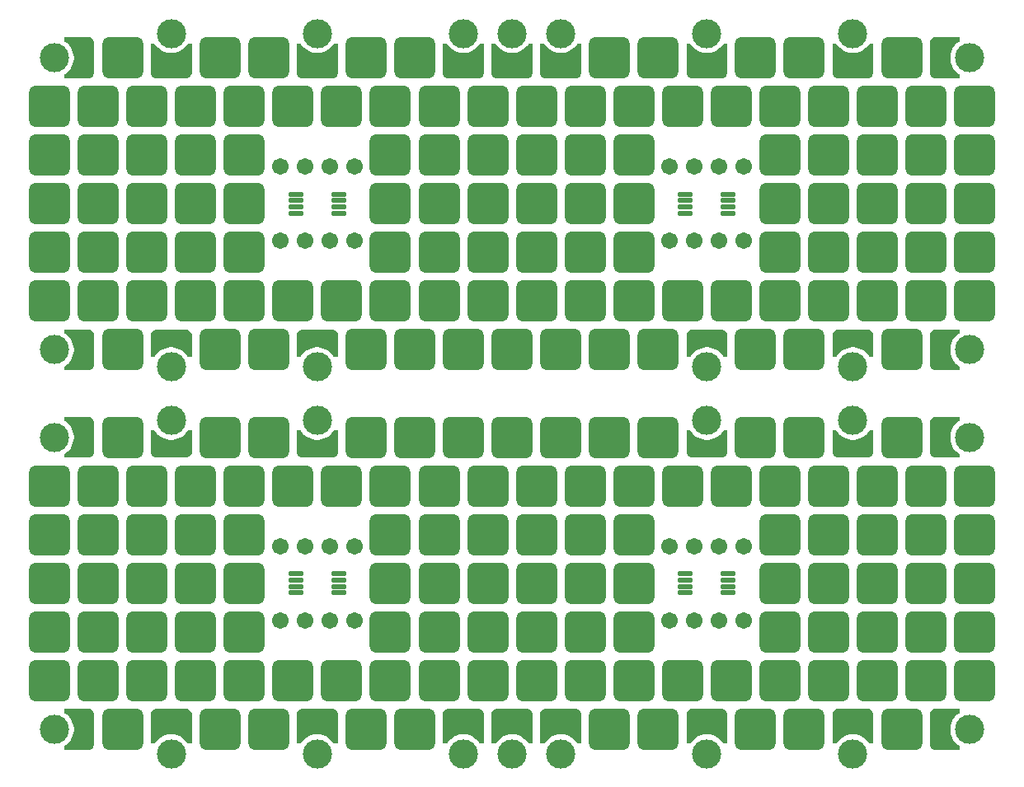
<source format=gbs>
G04*
G04 #@! TF.GenerationSoftware,Altium Limited,Altium Designer,24.6.1 (21)*
G04*
G04 Layer_Color=16711935*
%FSLAX44Y44*%
%MOMM*%
G71*
G04*
G04 #@! TF.SameCoordinates,801A7B55-1520-438C-8D58-620F3B385FE8*
G04*
G04*
G04 #@! TF.FilePolarity,Negative*
G04*
G01*
G75*
G04:AMPARAMS|DCode=15|XSize=4.2mm|YSize=4.2mm|CornerRadius=0.6mm|HoleSize=0mm|Usage=FLASHONLY|Rotation=0.000|XOffset=0mm|YOffset=0mm|HoleType=Round|Shape=RoundedRectangle|*
%AMROUNDEDRECTD15*
21,1,4.2000,3.0000,0,0,0.0*
21,1,3.0000,4.2000,0,0,0.0*
1,1,1.2000,1.5000,-1.5000*
1,1,1.2000,-1.5000,-1.5000*
1,1,1.2000,-1.5000,1.5000*
1,1,1.2000,1.5000,1.5000*
%
%ADD15ROUNDEDRECTD15*%
%ADD16C,1.7032*%
%ADD17C,3.0000*%
G04:AMPARAMS|DCode=24|XSize=0.48mm|YSize=1.55mm|CornerRadius=0.145mm|HoleSize=0mm|Usage=FLASHONLY|Rotation=90.000|XOffset=0mm|YOffset=0mm|HoleType=Round|Shape=RoundedRectangle|*
%AMROUNDEDRECTD24*
21,1,0.4800,1.2600,0,0,90.0*
21,1,0.1900,1.5500,0,0,90.0*
1,1,0.2900,0.6300,0.0950*
1,1,0.2900,0.6300,-0.0950*
1,1,0.2900,-0.6300,-0.0950*
1,1,0.2900,-0.6300,0.0950*
%
%ADD24ROUNDEDRECTD24*%
G36*
X659750Y167174D02*
X658664Y166477D01*
X656637Y164880D01*
X654833Y163036D01*
X653281Y160975D01*
X652007Y158732D01*
X651032Y156343D01*
X650374Y153848D01*
X650042Y151290D01*
X650000Y150000D01*
X650042Y148710D01*
X650374Y146152D01*
X651032Y143657D01*
X652007Y141268D01*
X653281Y139024D01*
X654833Y136964D01*
X656637Y135119D01*
X658664Y133523D01*
X659750Y132826D01*
X659750Y132826D01*
Y129000D01*
X635000D01*
X633806Y129000D01*
X631601Y129913D01*
X629913Y131601D01*
X629000Y133806D01*
X629000Y135000D01*
Y150000D01*
X629000Y165000D01*
X629000Y166194D01*
X629913Y168399D01*
X631601Y170087D01*
X633806Y171000D01*
X635000Y171000D01*
X635000Y171000D01*
X659750D01*
Y167174D01*
D02*
G37*
G36*
X221000Y135000D02*
Y133806D01*
X220087Y131601D01*
X218399Y129914D01*
X216194Y129000D01*
X183806D01*
X181601Y129914D01*
X179913Y131601D01*
X179000Y133806D01*
Y135000D01*
Y164750D01*
X182826D01*
X183523Y163664D01*
X185120Y161637D01*
X186964Y159833D01*
X189025Y158281D01*
X191268Y157007D01*
X193657Y156032D01*
X196152Y155374D01*
X198710Y155042D01*
X200000Y155000D01*
X201290Y155042D01*
X203848Y155374D01*
X206343Y156032D01*
X208732Y157007D01*
X210975Y158281D01*
X213036Y159832D01*
X214880Y161637D01*
X216477Y163664D01*
X217174Y164750D01*
X221000Y164750D01*
Y135000D01*
D02*
G37*
G36*
X171000D02*
Y133806D01*
X170087Y131601D01*
X168399Y129914D01*
X166194Y129000D01*
X133806D01*
X131601Y129914D01*
X129913Y131601D01*
X129000Y133806D01*
Y135000D01*
Y164750D01*
X132826D01*
X133523Y163664D01*
X135120Y161637D01*
X136964Y159833D01*
X139025Y158281D01*
X141268Y157007D01*
X143657Y156032D01*
X146152Y155374D01*
X148710Y155042D01*
X150000Y155000D01*
Y155000D01*
X151290Y155042D01*
X153848Y155374D01*
X156343Y156032D01*
X158732Y157007D01*
X160975Y158280D01*
X163036Y159832D01*
X164880Y161637D01*
X166477Y163664D01*
X167174Y164750D01*
X171000Y164750D01*
Y135000D01*
D02*
G37*
G36*
X21000D02*
Y133806D01*
X20087Y131601D01*
X18399Y129914D01*
X16193Y129000D01*
X-16193D01*
X-18399Y129914D01*
X-20087Y131601D01*
X-21000Y133806D01*
Y135000D01*
Y164750D01*
X-17174D01*
X-16477Y163664D01*
X-14880Y161637D01*
X-13036Y159833D01*
X-10975Y158281D01*
X-8732Y157007D01*
X-6343Y156032D01*
X-3848Y155374D01*
X-1290Y155042D01*
X0Y155000D01*
Y155000D01*
X1290Y155042D01*
X3848Y155374D01*
X6343Y156032D01*
X8732Y157007D01*
X10975Y158280D01*
X13036Y159832D01*
X14880Y161637D01*
X16477Y163664D01*
X17174Y164750D01*
X21000Y164750D01*
Y135000D01*
D02*
G37*
G36*
X-129000D02*
Y133806D01*
X-129914Y131601D01*
X-131601Y129914D01*
X-133806Y129000D01*
X-166194D01*
X-168399Y129914D01*
X-170087Y131601D01*
X-171000Y133806D01*
Y135000D01*
Y164750D01*
X-167174D01*
X-166477Y163664D01*
X-164880Y161637D01*
X-163036Y159833D01*
X-160975Y158281D01*
X-158732Y157007D01*
X-156343Y156032D01*
X-153848Y155374D01*
X-151290Y155042D01*
X-150000Y155000D01*
Y155000D01*
X-148710Y155042D01*
X-146152Y155374D01*
X-143657Y156032D01*
X-141268Y157007D01*
X-139025Y158280D01*
X-136964Y159832D01*
X-135120Y161637D01*
X-133523Y163664D01*
X-132826Y164750D01*
X-129000Y164750D01*
Y135000D01*
D02*
G37*
G36*
X571000D02*
Y133806D01*
X570087Y131601D01*
X568399Y129914D01*
X566194Y129000D01*
X533806D01*
X531601Y129914D01*
X529913Y131601D01*
X529000Y133806D01*
Y135000D01*
Y164750D01*
X532826D01*
X533523Y163664D01*
X535120Y161637D01*
X536964Y159833D01*
X539025Y158281D01*
X541268Y157007D01*
X543657Y156032D01*
X546152Y155374D01*
X548710Y155042D01*
X550000Y155000D01*
Y155000D01*
X550000D01*
X550000D01*
D01*
X551290Y155042D01*
X553848Y155374D01*
X556343Y156032D01*
X558732Y157007D01*
X560975Y158280D01*
X563036Y159832D01*
X564880Y161637D01*
X566477Y163664D01*
X567174Y164750D01*
X571000Y164750D01*
Y135000D01*
D02*
G37*
G36*
X421000D02*
Y133806D01*
X420087Y131601D01*
X418399Y129914D01*
X416194Y129000D01*
X383806D01*
X381601Y129914D01*
X379913Y131601D01*
X379000Y133806D01*
Y135000D01*
Y164750D01*
X382826D01*
X383523Y163664D01*
X385120Y161637D01*
X386964Y159833D01*
X389025Y158281D01*
X391268Y157007D01*
X393657Y156032D01*
X396152Y155374D01*
X398710Y155042D01*
X400000Y155000D01*
Y155000D01*
X400000D01*
X400000D01*
D01*
X401290Y155042D01*
X403848Y155374D01*
X406343Y156032D01*
X408732Y157007D01*
X410975Y158280D01*
X413036Y159832D01*
X414880Y161637D01*
X416477Y163664D01*
X417174Y164750D01*
X421000Y164750D01*
Y135000D01*
D02*
G37*
G36*
X271000D02*
Y133806D01*
X270087Y131601D01*
X268399Y129914D01*
X266194Y129000D01*
X233806D01*
X231601Y129914D01*
X229913Y131601D01*
X229000Y133806D01*
Y135000D01*
Y164750D01*
X232826D01*
X233523Y163664D01*
X235120Y161637D01*
X236964Y159833D01*
X239025Y158281D01*
X241268Y157007D01*
X243657Y156032D01*
X246152Y155374D01*
X248710Y155042D01*
X250000Y155000D01*
Y155000D01*
X250000D01*
X250000D01*
D01*
X251290Y155042D01*
X253848Y155374D01*
X256343Y156032D01*
X258732Y157007D01*
X260975Y158280D01*
X263036Y159832D01*
X264880Y161637D01*
X266477Y163664D01*
X267174Y164750D01*
X271000Y164750D01*
Y135000D01*
D02*
G37*
G36*
X-235000Y171000D02*
X-233806Y171000D01*
X-231601Y170087D01*
X-229914Y168399D01*
X-229000Y166194D01*
X-229000Y165000D01*
X-229000Y150000D01*
Y135000D01*
X-229000D01*
X-229000Y133806D01*
X-229913Y131601D01*
X-231601Y129913D01*
X-233806Y129000D01*
X-235000Y129000D01*
X-259750D01*
Y132826D01*
X-258664Y133523D01*
X-256637Y135119D01*
X-254832Y136964D01*
X-253281Y139024D01*
X-252007Y141268D01*
X-251033Y143657D01*
X-250374Y146152D01*
X-250042Y148710D01*
X-250000Y150000D01*
X-250000D01*
X-250042Y151290D01*
X-250374Y153848D01*
X-251033Y156343D01*
X-252007Y158732D01*
X-253281Y160975D01*
X-254833Y163036D01*
X-256637Y164880D01*
X-258664Y166477D01*
X-259750Y167174D01*
X-259750Y171000D01*
X-235000D01*
Y171000D01*
D02*
G37*
G36*
X659750Y-132826D02*
X658664Y-133523D01*
X656637Y-135120D01*
X654833Y-136964D01*
X653281Y-139025D01*
X652007Y-141268D01*
X651032Y-143657D01*
X650374Y-146152D01*
X650042Y-148710D01*
X650000Y-150000D01*
X650042Y-151290D01*
X650374Y-153848D01*
X651032Y-156343D01*
X652007Y-158732D01*
X653281Y-160975D01*
X654833Y-163036D01*
X656637Y-164881D01*
X658664Y-166477D01*
X659750Y-167174D01*
X659750Y-167174D01*
Y-171000D01*
X635000D01*
X633806Y-171000D01*
X631601Y-170087D01*
X629913Y-168399D01*
X629000Y-166194D01*
X629000Y-165000D01*
Y-150000D01*
X629000Y-135000D01*
X629000Y-133806D01*
X629913Y-131601D01*
X631601Y-129914D01*
X633806Y-129000D01*
X635000Y-129000D01*
X635000Y-129000D01*
X659750D01*
Y-132826D01*
D02*
G37*
G36*
X568399Y-129914D02*
X570087Y-131601D01*
X571000Y-133806D01*
Y-135000D01*
Y-157250D01*
X567174Y-157250D01*
X566477Y-156164D01*
X564880Y-154137D01*
X563036Y-152333D01*
X560975Y-150781D01*
X558732Y-149507D01*
X556343Y-148532D01*
X553848Y-147874D01*
X551290Y-147542D01*
X550000Y-147500D01*
X548710Y-147542D01*
X546152Y-147874D01*
X543657Y-148532D01*
X541268Y-149507D01*
X539025Y-150781D01*
X536964Y-152333D01*
X535120Y-154137D01*
X533523Y-156164D01*
X532826Y-157250D01*
Y-157250D01*
X529000D01*
Y-135000D01*
Y-133806D01*
X529913Y-131601D01*
X531601Y-129914D01*
X533806Y-129000D01*
X566194D01*
X568399Y-129914D01*
D02*
G37*
G36*
X18399D02*
X20087Y-131601D01*
X21000Y-133806D01*
Y-135000D01*
Y-157250D01*
X17174Y-157250D01*
X16477Y-156164D01*
X14880Y-154137D01*
X13036Y-152333D01*
X10975Y-150781D01*
X8732Y-149507D01*
X6343Y-148532D01*
X3848Y-147874D01*
X1290Y-147542D01*
X-0Y-147500D01*
X-1290Y-147542D01*
X-3848Y-147874D01*
X-6343Y-148532D01*
X-8732Y-149507D01*
X-10976Y-150781D01*
X-13036Y-152333D01*
X-14880Y-154137D01*
X-16477Y-156164D01*
X-17174Y-157250D01*
Y-157250D01*
X-21000D01*
Y-135000D01*
Y-133806D01*
X-20087Y-131601D01*
X-18399Y-129914D01*
X-16193Y-129000D01*
X16193D01*
X18399Y-129914D01*
D02*
G37*
G36*
X-131601D02*
X-129914Y-131601D01*
X-129000Y-133806D01*
Y-135000D01*
Y-157250D01*
X-132826Y-157250D01*
X-133523Y-156164D01*
X-135119Y-154137D01*
X-136964Y-152333D01*
X-139024Y-150781D01*
X-141268Y-149507D01*
X-143657Y-148532D01*
X-146152Y-147874D01*
X-148710Y-147542D01*
X-150000Y-147500D01*
X-151290Y-147542D01*
X-153848Y-147874D01*
X-156343Y-148532D01*
X-158732Y-149507D01*
X-160975Y-150781D01*
X-163036Y-152333D01*
X-164880Y-154137D01*
X-166477Y-156164D01*
X-167174Y-157250D01*
Y-157250D01*
X-171000D01*
Y-135000D01*
Y-133806D01*
X-170086Y-131601D01*
X-168399Y-129914D01*
X-166194Y-129000D01*
X-133806D01*
X-131601Y-129914D01*
D02*
G37*
G36*
X418399Y-129914D02*
X420087Y-131601D01*
X421000Y-133807D01*
Y-135000D01*
Y-157250D01*
X417174Y-157250D01*
X416477Y-156164D01*
X414880Y-154137D01*
X413036Y-152333D01*
X410975Y-150781D01*
X408732Y-149507D01*
X406343Y-148532D01*
X403848Y-147874D01*
X401290Y-147542D01*
X400000Y-147500D01*
X398710Y-147542D01*
X396152Y-147874D01*
X393657Y-148532D01*
X391268Y-149507D01*
X389025Y-150781D01*
X386964Y-152333D01*
X385120Y-154137D01*
X383523Y-156164D01*
X382826Y-157250D01*
Y-157250D01*
X379000D01*
Y-135000D01*
Y-133807D01*
X379913Y-131601D01*
X381601Y-129914D01*
X383806Y-129000D01*
X416194D01*
X418399Y-129914D01*
D02*
G37*
G36*
X-235000Y-129000D02*
X-233806Y-129000D01*
X-231601Y-129914D01*
X-229914Y-131601D01*
X-229000Y-133806D01*
X-229000Y-135000D01*
X-229000Y-150000D01*
Y-165000D01*
X-229000D01*
X-229000Y-166194D01*
X-229913Y-168399D01*
X-231601Y-170087D01*
X-233806Y-171000D01*
X-235000Y-171000D01*
X-259750D01*
Y-167174D01*
X-258664Y-166477D01*
X-256637Y-164881D01*
X-254832Y-163036D01*
X-253281Y-160975D01*
X-252007Y-158732D01*
X-251033Y-156343D01*
X-250374Y-153848D01*
X-250042Y-151290D01*
X-250000Y-150000D01*
X-250000D01*
X-250042Y-148710D01*
X-250374Y-146152D01*
X-251033Y-143657D01*
X-252007Y-141268D01*
X-253281Y-139025D01*
X-254833Y-136964D01*
X-256637Y-135120D01*
X-258664Y-133523D01*
X-259750Y-132826D01*
X-259750Y-129000D01*
X-235000D01*
Y-129000D01*
D02*
G37*
G36*
X659750Y-222826D02*
X658664Y-223523D01*
X656637Y-225120D01*
X654833Y-226964D01*
X653281Y-229025D01*
X652007Y-231268D01*
X651032Y-233657D01*
X650374Y-236152D01*
X650042Y-238710D01*
X650000Y-240000D01*
X650042Y-241290D01*
X650374Y-243848D01*
X651032Y-246343D01*
X652007Y-248732D01*
X653281Y-250975D01*
X654833Y-253036D01*
X656637Y-254881D01*
X658664Y-256477D01*
X659750Y-257174D01*
X659750Y-257174D01*
Y-261000D01*
X635000D01*
X633806Y-261000D01*
X631601Y-260087D01*
X629913Y-258399D01*
X629000Y-256194D01*
X629000Y-255000D01*
Y-240000D01*
X629000Y-225000D01*
X629000Y-223806D01*
X629913Y-221601D01*
X631601Y-219914D01*
X633806Y-219000D01*
X635000Y-219000D01*
X635000Y-219000D01*
X659750D01*
Y-222826D01*
D02*
G37*
G36*
X571000Y-232750D02*
Y-255000D01*
Y-256194D01*
X570087Y-258399D01*
X568399Y-260087D01*
X566194Y-261000D01*
X533806D01*
X531601Y-260087D01*
X529913Y-258399D01*
X529000Y-256194D01*
Y-255000D01*
Y-232750D01*
X532826D01*
X533523Y-233836D01*
X535120Y-235863D01*
X536964Y-237668D01*
X539025Y-239219D01*
X541268Y-240493D01*
X543657Y-241467D01*
X546152Y-242126D01*
X548710Y-242458D01*
X550000Y-242500D01*
X551290Y-242458D01*
X553848Y-242126D01*
X556343Y-241467D01*
X558732Y-240493D01*
X560975Y-239219D01*
X563036Y-237668D01*
X564880Y-235863D01*
X566477Y-233836D01*
X567174Y-232750D01*
X571000Y-232750D01*
D02*
G37*
G36*
X21000D02*
Y-255000D01*
Y-256194D01*
X20087Y-258399D01*
X18399Y-260087D01*
X16193Y-261000D01*
X-16193D01*
X-18399Y-260087D01*
X-20087Y-258399D01*
X-21000Y-256194D01*
Y-255000D01*
Y-232750D01*
X-17174D01*
X-16477Y-233836D01*
X-14880Y-235863D01*
X-13036Y-237668D01*
X-10976Y-239219D01*
X-8732Y-240493D01*
X-6343Y-241467D01*
X-3848Y-242126D01*
X-1290Y-242458D01*
X-0Y-242500D01*
X1290Y-242458D01*
X3848Y-242126D01*
X6343Y-241467D01*
X8732Y-240493D01*
X10975Y-239219D01*
X13036Y-237668D01*
X14880Y-235863D01*
X16477Y-233836D01*
X17174Y-232750D01*
X21000Y-232750D01*
D02*
G37*
G36*
X-129000D02*
Y-255000D01*
Y-256194D01*
X-129914Y-258399D01*
X-131601Y-260087D01*
X-133806Y-261000D01*
X-166194D01*
X-168399Y-260087D01*
X-170086Y-258399D01*
X-171000Y-256194D01*
Y-255000D01*
Y-232750D01*
X-167174D01*
X-166477Y-233836D01*
X-164880Y-235863D01*
X-163036Y-237668D01*
X-160975Y-239219D01*
X-158732Y-240493D01*
X-156343Y-241467D01*
X-153848Y-242126D01*
X-151290Y-242458D01*
X-150000Y-242500D01*
X-148710Y-242458D01*
X-146152Y-242126D01*
X-143657Y-241467D01*
X-141268Y-240493D01*
X-139024Y-239219D01*
X-136964Y-237668D01*
X-135119Y-235863D01*
X-133523Y-233836D01*
X-132826Y-232750D01*
X-129000Y-232750D01*
D02*
G37*
G36*
X421000Y-232750D02*
Y-255000D01*
Y-256194D01*
X420087Y-258399D01*
X418399Y-260087D01*
X416194Y-261000D01*
X383806D01*
X381601Y-260087D01*
X379913Y-258399D01*
X379000Y-256194D01*
Y-255000D01*
Y-232750D01*
X382826D01*
X383523Y-233836D01*
X385120Y-235863D01*
X386964Y-237668D01*
X389025Y-239219D01*
X391268Y-240493D01*
X393657Y-241468D01*
X396152Y-242126D01*
X398710Y-242458D01*
X400000Y-242500D01*
X401290Y-242458D01*
X403848Y-242126D01*
X406343Y-241468D01*
X408732Y-240493D01*
X410975Y-239219D01*
X413036Y-237668D01*
X414880Y-235863D01*
X416477Y-233836D01*
X417174Y-232750D01*
X421000Y-232750D01*
D02*
G37*
G36*
X-235000Y-219000D02*
X-233806Y-219000D01*
X-231601Y-219914D01*
X-229914Y-221601D01*
X-229000Y-223806D01*
X-229000Y-225000D01*
X-229000Y-240000D01*
Y-255000D01*
X-229000D01*
X-229000Y-256194D01*
X-229913Y-258399D01*
X-231601Y-260087D01*
X-233806Y-261000D01*
X-235000Y-261000D01*
X-259750D01*
Y-257174D01*
X-258664Y-256477D01*
X-256637Y-254881D01*
X-254832Y-253036D01*
X-253281Y-250975D01*
X-252007Y-248732D01*
X-251033Y-246343D01*
X-250374Y-243848D01*
X-250042Y-241290D01*
X-250000Y-240000D01*
X-250000D01*
X-250042Y-238710D01*
X-250374Y-236152D01*
X-251033Y-233657D01*
X-252007Y-231268D01*
X-253281Y-229025D01*
X-254833Y-226964D01*
X-256637Y-225120D01*
X-258664Y-223523D01*
X-259750Y-222826D01*
X-259750Y-219000D01*
X-235000D01*
Y-219000D01*
D02*
G37*
G36*
X659750Y-522826D02*
X659750D01*
X658664Y-523523D01*
X656637Y-525120D01*
X654833Y-526964D01*
X653281Y-529025D01*
X652007Y-531268D01*
X651032Y-533657D01*
X650374Y-536152D01*
X650042Y-538710D01*
X650000Y-540000D01*
X650042Y-541290D01*
X650374Y-543848D01*
X651032Y-546343D01*
X652007Y-548732D01*
X653281Y-550975D01*
X654833Y-553036D01*
X656637Y-554880D01*
X658664Y-556477D01*
X659750Y-557174D01*
Y-561000D01*
X635000D01*
X635000Y-561000D01*
X633806Y-561000D01*
X631601Y-560087D01*
X629913Y-558399D01*
X629000Y-556194D01*
X629000Y-555000D01*
X629000Y-540000D01*
Y-525000D01*
X629000Y-523806D01*
X629913Y-521601D01*
X631601Y-519913D01*
X633806Y-519000D01*
X635000Y-519000D01*
X659750Y-519000D01*
Y-522826D01*
D02*
G37*
G36*
X-231601Y-519913D02*
X-229913Y-521601D01*
X-229000Y-523806D01*
X-229000Y-525000D01*
X-229000D01*
Y-540000D01*
X-229000Y-555000D01*
X-229000Y-556194D01*
X-229914Y-558399D01*
X-231601Y-560087D01*
X-233806Y-561000D01*
X-235000Y-561000D01*
Y-561000D01*
X-259750D01*
X-259750Y-557174D01*
X-258664Y-556477D01*
X-256637Y-554880D01*
X-254833Y-553036D01*
X-253281Y-550975D01*
X-252007Y-548732D01*
X-251033Y-546343D01*
X-250374Y-543848D01*
X-250042Y-541290D01*
X-250000Y-540000D01*
X-250000Y-540000D01*
X-250042Y-538710D01*
X-250374Y-536152D01*
X-251033Y-533657D01*
X-252007Y-531268D01*
X-253281Y-529025D01*
X-254832Y-526964D01*
X-256637Y-525120D01*
X-258664Y-523523D01*
X-259750Y-522826D01*
Y-519000D01*
X-235000Y-519000D01*
X-233806Y-519000D01*
X-231601Y-519913D01*
D02*
G37*
G36*
X568399Y-519913D02*
X570087Y-521601D01*
X571000Y-523807D01*
Y-525000D01*
Y-554750D01*
X567174Y-554750D01*
X566477Y-553664D01*
X564880Y-551637D01*
X563036Y-549833D01*
X560975Y-548281D01*
X558732Y-547007D01*
X556343Y-546032D01*
X553848Y-545374D01*
X551290Y-545042D01*
X550000Y-545000D01*
Y-545000D01*
X548710Y-545042D01*
X546152Y-545374D01*
X543657Y-546032D01*
X541268Y-547007D01*
X539025Y-548281D01*
X536964Y-549833D01*
X535120Y-551637D01*
X533523Y-553664D01*
X532826Y-554750D01*
X532826Y-554750D01*
X529000D01*
Y-525000D01*
Y-523807D01*
X529913Y-521601D01*
X531601Y-519913D01*
X533806Y-519000D01*
X566194D01*
X568399Y-519913D01*
D02*
G37*
G36*
X418399D02*
X420087Y-521601D01*
X421000Y-523807D01*
Y-525000D01*
Y-554750D01*
X417174Y-554750D01*
X416477Y-553664D01*
X414880Y-551637D01*
X413036Y-549833D01*
X410975Y-548281D01*
X408732Y-547007D01*
X406343Y-546032D01*
X403848Y-545374D01*
X401290Y-545042D01*
X400000Y-545000D01*
D01*
X400000D01*
X400000D01*
Y-545000D01*
X398710Y-545042D01*
X396152Y-545374D01*
X393657Y-546032D01*
X391268Y-547007D01*
X389025Y-548281D01*
X386964Y-549833D01*
X385120Y-551637D01*
X383523Y-553664D01*
X382826Y-554750D01*
X382826Y-554750D01*
X379000D01*
Y-525000D01*
Y-523807D01*
X379913Y-521601D01*
X381601Y-519913D01*
X383806Y-519000D01*
X416194D01*
X418399Y-519913D01*
D02*
G37*
G36*
X268399D02*
X270087Y-521601D01*
X271000Y-523807D01*
Y-525000D01*
Y-554750D01*
X267174Y-554750D01*
X266477Y-553664D01*
X264880Y-551637D01*
X263036Y-549833D01*
X260975Y-548281D01*
X258732Y-547007D01*
X256343Y-546032D01*
X253848Y-545374D01*
X251290Y-545042D01*
X250000Y-545000D01*
D01*
X250000D01*
X250000D01*
Y-545000D01*
X248710Y-545042D01*
X246152Y-545374D01*
X243657Y-546032D01*
X241268Y-547007D01*
X239025Y-548281D01*
X236964Y-549833D01*
X235120Y-551637D01*
X233523Y-553664D01*
X232826Y-554750D01*
X232826Y-554750D01*
X229000D01*
Y-525000D01*
Y-523807D01*
X229913Y-521601D01*
X231601Y-519913D01*
X233806Y-519000D01*
X266194D01*
X268399Y-519913D01*
D02*
G37*
G36*
X218399D02*
X220087Y-521601D01*
X221000Y-523807D01*
Y-525000D01*
Y-554750D01*
X217174Y-554750D01*
X216477Y-553664D01*
X214880Y-551637D01*
X213036Y-549833D01*
X210975Y-548281D01*
X208732Y-547007D01*
X206343Y-546032D01*
X203848Y-545374D01*
X201290Y-545042D01*
X200000Y-545000D01*
X198710Y-545042D01*
X196152Y-545374D01*
X193657Y-546032D01*
X191268Y-547007D01*
X189025Y-548281D01*
X186964Y-549833D01*
X185120Y-551637D01*
X183523Y-553664D01*
X182826Y-554750D01*
X182826Y-554750D01*
X179000D01*
Y-525000D01*
Y-523807D01*
X179913Y-521601D01*
X181601Y-519913D01*
X183806Y-519000D01*
X216194D01*
X218399Y-519913D01*
D02*
G37*
G36*
X168399D02*
X170087Y-521601D01*
X171000Y-523807D01*
Y-525000D01*
Y-554750D01*
X167174Y-554750D01*
X166477Y-553664D01*
X164880Y-551637D01*
X163036Y-549832D01*
X160975Y-548281D01*
X158732Y-547007D01*
X156343Y-546032D01*
X153848Y-545374D01*
X151290Y-545042D01*
X150000Y-545000D01*
Y-545000D01*
X150000Y-545000D01*
X150000D01*
Y-545000D01*
X148710Y-545042D01*
X146152Y-545374D01*
X143657Y-546032D01*
X141268Y-547007D01*
X139025Y-548281D01*
X136964Y-549833D01*
X135120Y-551637D01*
X133523Y-553664D01*
X132826Y-554750D01*
X132826Y-554750D01*
X129000D01*
Y-525000D01*
Y-523807D01*
X129913Y-521601D01*
X131601Y-519913D01*
X133806Y-519000D01*
X166194D01*
X168399Y-519913D01*
D02*
G37*
G36*
X18399D02*
X20087Y-521601D01*
X21000Y-523807D01*
Y-525000D01*
Y-554750D01*
X17174Y-554750D01*
X16477Y-553664D01*
X14880Y-551637D01*
X13036Y-549833D01*
X10975Y-548281D01*
X8732Y-547007D01*
X6343Y-546032D01*
X3848Y-545374D01*
X1290Y-545042D01*
X0Y-545000D01*
Y-545000D01*
X-0Y-545000D01*
X0D01*
Y-545000D01*
X-1290Y-545042D01*
X-3848Y-545374D01*
X-6343Y-546032D01*
X-8732Y-547007D01*
X-10975Y-548281D01*
X-13036Y-549833D01*
X-14880Y-551637D01*
X-16477Y-553664D01*
X-17174Y-554750D01*
X-17174Y-554750D01*
X-21000D01*
Y-525000D01*
Y-523807D01*
X-20087Y-521601D01*
X-18399Y-519913D01*
X-16193Y-519000D01*
X16193D01*
X18399Y-519913D01*
D02*
G37*
G36*
X-131601D02*
X-129914Y-521601D01*
X-129000Y-523807D01*
Y-525000D01*
Y-554750D01*
X-132826Y-554750D01*
X-133523Y-553664D01*
X-135120Y-551637D01*
X-136964Y-549833D01*
X-139025Y-548281D01*
X-141268Y-547007D01*
X-143657Y-546032D01*
X-146152Y-545374D01*
X-148710Y-545042D01*
X-150000Y-545000D01*
D01*
X-150000D01*
X-150000D01*
Y-545000D01*
X-151290Y-545042D01*
X-153848Y-545374D01*
X-156343Y-546032D01*
X-158732Y-547007D01*
X-160975Y-548281D01*
X-163036Y-549833D01*
X-164880Y-551637D01*
X-166477Y-553664D01*
X-167174Y-554750D01*
X-167174Y-554750D01*
X-171000D01*
Y-525000D01*
Y-523807D01*
X-170087Y-521601D01*
X-168399Y-519913D01*
X-166194Y-519000D01*
X-133806D01*
X-131601Y-519913D01*
D02*
G37*
%LPC*%
G36*
X150000Y155000D02*
X150000D01*
X150000D01*
D01*
D02*
G37*
G36*
X0D02*
X-0D01*
X0D01*
D01*
D02*
G37*
G36*
X-150000D02*
X-150000D01*
X-150000D01*
D01*
D02*
G37*
G36*
X550000Y-545000D02*
X550000D01*
X550000D01*
D01*
D02*
G37*
%LPD*%
D15*
X475000Y-440000D02*
D03*
Y-390000D02*
D03*
Y-340000D02*
D03*
X375000Y-490000D02*
D03*
X425000D02*
D03*
X475000D02*
D03*
X325000D02*
D03*
Y-440000D02*
D03*
Y-390000D02*
D03*
Y-340000D02*
D03*
X475000Y-290000D02*
D03*
X425000D02*
D03*
X375000D02*
D03*
X325000D02*
D03*
X375000Y-100000D02*
D03*
X425000D02*
D03*
X-275000D02*
D03*
X-225000D02*
D03*
X-175000D02*
D03*
X-125000D02*
D03*
X-75000D02*
D03*
X-275000Y-50000D02*
D03*
X-225000D02*
D03*
X-175000D02*
D03*
X-125000D02*
D03*
X-75000D02*
D03*
X-275000Y0D02*
D03*
X-225000D02*
D03*
X-175000D02*
D03*
X-125000D02*
D03*
X-75000D02*
D03*
X-275000Y50000D02*
D03*
X-225000D02*
D03*
X-175000D02*
D03*
X-125000D02*
D03*
X-75000D02*
D03*
X-200000Y150000D02*
D03*
X-100000D02*
D03*
X-50000D02*
D03*
X50000D02*
D03*
X100000D02*
D03*
X300000D02*
D03*
X350000D02*
D03*
X450000D02*
D03*
X500000D02*
D03*
X600000D02*
D03*
X275000Y100000D02*
D03*
X225000D02*
D03*
X175000D02*
D03*
X125000D02*
D03*
X75000D02*
D03*
X25000D02*
D03*
X-25000D02*
D03*
X-75000D02*
D03*
X-125000D02*
D03*
X-175000D02*
D03*
X-225000D02*
D03*
X-275000D02*
D03*
X600000Y-150000D02*
D03*
X500000D02*
D03*
X450000D02*
D03*
X350000D02*
D03*
X300000D02*
D03*
X250000D02*
D03*
X200000D02*
D03*
X150000D02*
D03*
X100000D02*
D03*
X50000D02*
D03*
X-50000D02*
D03*
X-100000D02*
D03*
X-200000D02*
D03*
X75000Y-50000D02*
D03*
X125000D02*
D03*
X175000D02*
D03*
X225000D02*
D03*
X275000D02*
D03*
X75000Y0D02*
D03*
X125000D02*
D03*
X175000D02*
D03*
X225000D02*
D03*
X275000D02*
D03*
X75000Y50000D02*
D03*
X125000D02*
D03*
X175000D02*
D03*
X225000D02*
D03*
X275000D02*
D03*
X-25000Y-100000D02*
D03*
X25000D02*
D03*
X75000D02*
D03*
X125000D02*
D03*
X175000D02*
D03*
X225000D02*
D03*
X275000D02*
D03*
X575000Y-290000D02*
D03*
X525000D02*
D03*
X275000D02*
D03*
X225000D02*
D03*
X175000D02*
D03*
X125000D02*
D03*
X675000Y-440000D02*
D03*
X625000D02*
D03*
X575000D02*
D03*
X525000D02*
D03*
X275000D02*
D03*
X225000D02*
D03*
X175000D02*
D03*
X125000D02*
D03*
X675000Y-390000D02*
D03*
X625000D02*
D03*
X575000D02*
D03*
X525000D02*
D03*
X275000D02*
D03*
X225000D02*
D03*
X175000D02*
D03*
X125000D02*
D03*
X675000Y-340000D02*
D03*
X625000D02*
D03*
X575000D02*
D03*
X525000D02*
D03*
X275000D02*
D03*
X225000D02*
D03*
X175000D02*
D03*
X125000D02*
D03*
X-200000Y-240000D02*
D03*
X-100000D02*
D03*
X-50000D02*
D03*
X50000D02*
D03*
X100000D02*
D03*
X150000D02*
D03*
X200000D02*
D03*
X250000D02*
D03*
X300000D02*
D03*
X350000D02*
D03*
X450000D02*
D03*
X500000D02*
D03*
X600000D02*
D03*
X-275000Y-490000D02*
D03*
X-225000D02*
D03*
X-175000D02*
D03*
X125000D02*
D03*
X175000D02*
D03*
X225000D02*
D03*
X275000D02*
D03*
X525000D02*
D03*
X575000D02*
D03*
X625000D02*
D03*
X675000D02*
D03*
X600000Y-540000D02*
D03*
X500000D02*
D03*
X450000D02*
D03*
X350000D02*
D03*
X300000D02*
D03*
X100000D02*
D03*
X50000D02*
D03*
X-50000D02*
D03*
X-100000D02*
D03*
X-200000D02*
D03*
X-125000Y-440000D02*
D03*
X-175000D02*
D03*
X-225000D02*
D03*
X-275000D02*
D03*
X-125000Y-390000D02*
D03*
X-175000D02*
D03*
X-225000D02*
D03*
X-275000D02*
D03*
X-125000Y-340000D02*
D03*
X-175000D02*
D03*
X-225000D02*
D03*
X-275000D02*
D03*
X-125000Y-290000D02*
D03*
X-175000D02*
D03*
X-225000D02*
D03*
X-275000D02*
D03*
X675000D02*
D03*
X625000D02*
D03*
X75000Y-440000D02*
D03*
Y-390000D02*
D03*
Y-340000D02*
D03*
X-25000Y-490000D02*
D03*
X25000D02*
D03*
X75000D02*
D03*
X-75000D02*
D03*
Y-440000D02*
D03*
Y-390000D02*
D03*
Y-340000D02*
D03*
X75000Y-290000D02*
D03*
X25000D02*
D03*
X-25000D02*
D03*
X-75000D02*
D03*
X475000Y-100000D02*
D03*
X325000D02*
D03*
Y-50000D02*
D03*
Y0D02*
D03*
Y50000D02*
D03*
X475000Y100000D02*
D03*
X425000D02*
D03*
X375000D02*
D03*
X325000D02*
D03*
X475000Y50000D02*
D03*
Y0D02*
D03*
Y-50000D02*
D03*
X525000Y0D02*
D03*
Y50000D02*
D03*
X625000D02*
D03*
Y0D02*
D03*
X675000Y50000D02*
D03*
X575000D02*
D03*
Y0D02*
D03*
X675000D02*
D03*
X525000Y100000D02*
D03*
X675000D02*
D03*
X625000D02*
D03*
X575000D02*
D03*
X525000Y-50000D02*
D03*
Y-100000D02*
D03*
X675000D02*
D03*
X575000D02*
D03*
X625000D02*
D03*
X575000Y-50000D02*
D03*
X625000D02*
D03*
X675000D02*
D03*
X-125000Y-490000D02*
D03*
D16*
X438100Y38100D02*
D03*
X412700Y38100D02*
D03*
X387300Y38100D02*
D03*
X361900D02*
D03*
X438100Y-38100D02*
D03*
X412700D02*
D03*
X387300Y-38100D02*
D03*
X361900Y-38100D02*
D03*
X-38100D02*
D03*
X-12700Y-38100D02*
D03*
X12700Y-38100D02*
D03*
X38100D02*
D03*
X-38100Y38100D02*
D03*
X-12700D02*
D03*
X12700Y38100D02*
D03*
X38100Y38100D02*
D03*
Y-351900D02*
D03*
X12700Y-351900D02*
D03*
X-12700Y-351900D02*
D03*
X-38100D02*
D03*
X38100Y-428100D02*
D03*
X12700D02*
D03*
X-12700Y-428100D02*
D03*
X-38100Y-428100D02*
D03*
X438100Y-351900D02*
D03*
X412700Y-351900D02*
D03*
X387300Y-351900D02*
D03*
X361900D02*
D03*
X438100Y-428100D02*
D03*
X412700D02*
D03*
X387300Y-428100D02*
D03*
X361900Y-428100D02*
D03*
D17*
X550000Y-167500D02*
D03*
Y-222500D02*
D03*
X400000Y-167500D02*
D03*
Y-222500D02*
D03*
X-0Y-167500D02*
D03*
Y-222500D02*
D03*
X-150000Y-222500D02*
D03*
Y-167500D02*
D03*
X-270000Y-540000D02*
D03*
X670000D02*
D03*
X-150000Y-565000D02*
D03*
X0D02*
D03*
X550000D02*
D03*
X400000D02*
D03*
X150000D02*
D03*
X250000D02*
D03*
X200000D02*
D03*
X-270000Y-240000D02*
D03*
X670000D02*
D03*
Y-150000D02*
D03*
X200000Y175000D02*
D03*
X250000D02*
D03*
X150000D02*
D03*
X400000D02*
D03*
X550000D02*
D03*
X0D02*
D03*
X-150000D02*
D03*
X-270000Y-150000D02*
D03*
X670000Y150000D02*
D03*
X-270000D02*
D03*
D24*
X22000Y-380250D02*
D03*
X22000Y-386750D02*
D03*
Y-393250D02*
D03*
Y-399750D02*
D03*
X-22000Y-380250D02*
D03*
X-22000Y-386750D02*
D03*
X-22000Y-393250D02*
D03*
X-22000Y-399750D02*
D03*
X422000Y-380250D02*
D03*
X422000Y-386750D02*
D03*
Y-393250D02*
D03*
Y-399750D02*
D03*
X378000Y-380250D02*
D03*
X378000Y-386750D02*
D03*
X378000Y-393250D02*
D03*
X378000Y-399750D02*
D03*
X422000Y9750D02*
D03*
X422000Y3250D02*
D03*
Y-3250D02*
D03*
Y-9750D02*
D03*
X378000Y9750D02*
D03*
X378000Y3250D02*
D03*
X378000Y-3250D02*
D03*
X378000Y-9750D02*
D03*
X-22000D02*
D03*
X-22000Y-3250D02*
D03*
X-22000Y3250D02*
D03*
X-22000Y9750D02*
D03*
X22000Y-9750D02*
D03*
Y-3250D02*
D03*
Y3250D02*
D03*
X22000Y9750D02*
D03*
M02*

</source>
